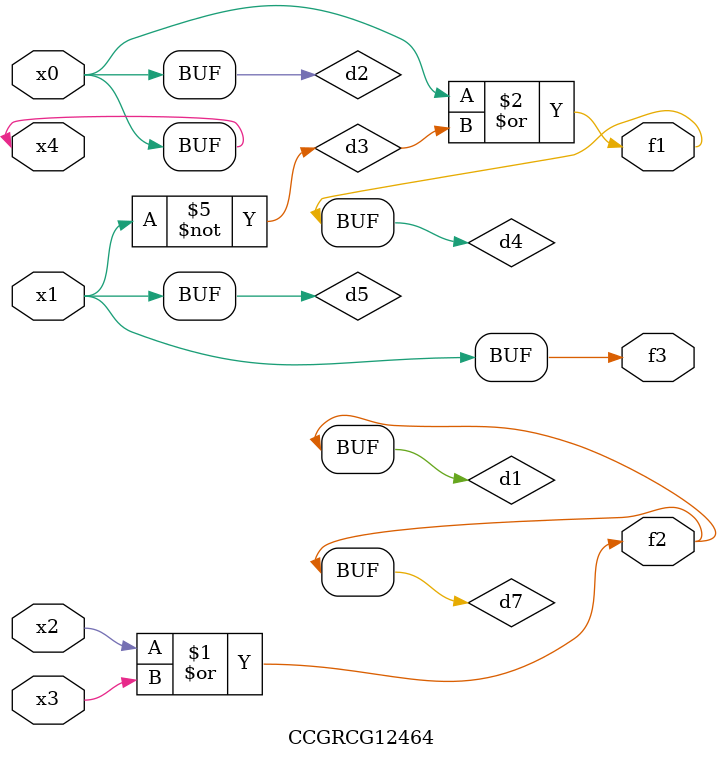
<source format=v>
module CCGRCG12464(
	input x0, x1, x2, x3, x4,
	output f1, f2, f3
);

	wire d1, d2, d3, d4, d5, d6, d7;

	or (d1, x2, x3);
	buf (d2, x0, x4);
	not (d3, x1);
	or (d4, d2, d3);
	not (d5, d3);
	nand (d6, d1, d3);
	or (d7, d1);
	assign f1 = d4;
	assign f2 = d7;
	assign f3 = d5;
endmodule

</source>
